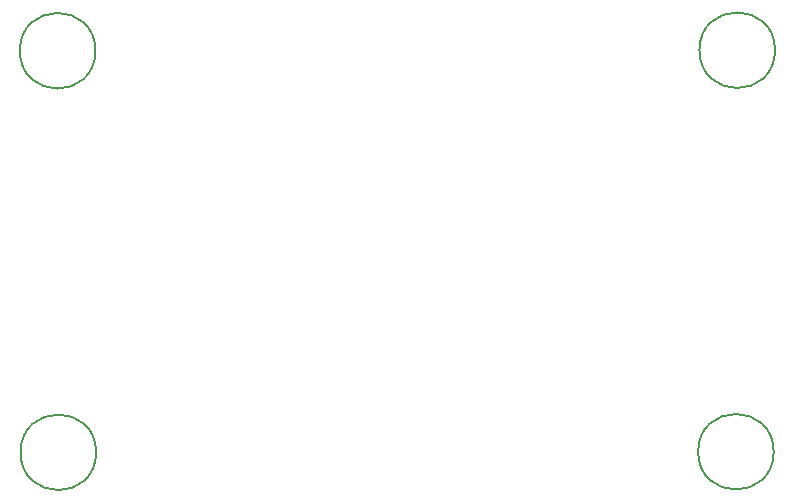
<source format=gbr>
%TF.GenerationSoftware,KiCad,Pcbnew,8.0.0-unknown-202403021604~8dce6c0b67~ubuntu22.04.1*%
%TF.CreationDate,2024-03-03T10:33:34+05:30*%
%TF.ProjectId,HF-PA-v10,48462d50-412d-4763-9130-2e6b69636164,rev?*%
%TF.SameCoordinates,Original*%
%TF.FileFunction,Other,Comment*%
%FSLAX46Y46*%
G04 Gerber Fmt 4.6, Leading zero omitted, Abs format (unit mm)*
G04 Created by KiCad (PCBNEW 8.0.0-unknown-202403021604~8dce6c0b67~ubuntu22.04.1) date 2024-03-03 10:33:34*
%MOMM*%
%LPD*%
G01*
G04 APERTURE LIST*
%ADD10C,0.150000*%
G04 APERTURE END LIST*
D10*
%TO.C,H3*%
X149472944Y-100222944D02*
G75*
G02*
X143072944Y-100222944I-3200000J0D01*
G01*
X143072944Y-100222944D02*
G75*
G02*
X149472944Y-100222944I3200000J0D01*
G01*
%TO.C,H4*%
X206842944Y-100172944D02*
G75*
G02*
X200442944Y-100172944I-3200000J0D01*
G01*
X200442944Y-100172944D02*
G75*
G02*
X206842944Y-100172944I3200000J0D01*
G01*
%TO.C,H1*%
X149412944Y-66222944D02*
G75*
G02*
X143012944Y-66222944I-3200000J0D01*
G01*
X143012944Y-66222944D02*
G75*
G02*
X149412944Y-66222944I3200000J0D01*
G01*
%TO.C,H2*%
X206952944Y-66177944D02*
G75*
G02*
X200552944Y-66177944I-3200000J0D01*
G01*
X200552944Y-66177944D02*
G75*
G02*
X206952944Y-66177944I3200000J0D01*
G01*
%TD*%
M02*

</source>
